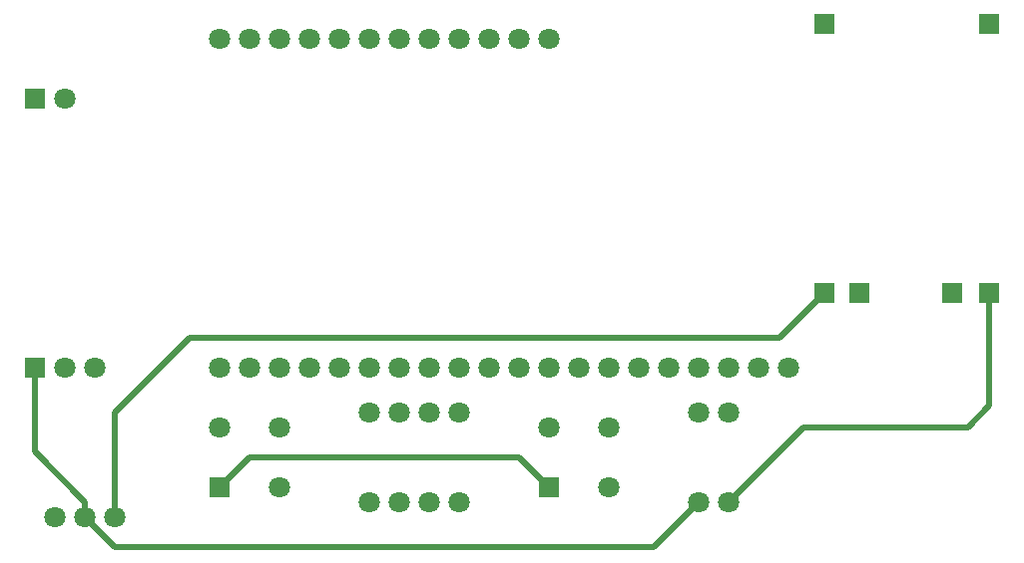
<source format=gbl>
%TF.GenerationSoftware,KiCad,Pcbnew,9.0.0*%
%TF.CreationDate,2025-03-19T00:35:47-07:00*%
%TF.ProjectId,tag,7461672e-6b69-4636-9164-5f7063625858,v0.3*%
%TF.SameCoordinates,Original*%
%TF.FileFunction,Copper,L2,Bot*%
%TF.FilePolarity,Positive*%
%FSLAX46Y46*%
G04 Gerber Fmt 4.6, Leading zero omitted, Abs format (unit mm)*
G04 Created by KiCad (PCBNEW 9.0.0) date 2025-03-19 00:35:47*
%MOMM*%
%LPD*%
G01*
G04 APERTURE LIST*
%TA.AperFunction,ComponentPad*%
%ADD10C,1.800000*%
%TD*%
%TA.AperFunction,ComponentPad*%
%ADD11R,1.800000X1.800000*%
%TD*%
%TA.AperFunction,Conductor*%
%ADD12C,0.500000*%
%TD*%
G04 APERTURE END LIST*
D10*
%TO.P,ESP32_UWB1,1,3V3*%
%TO.N,Net-(ESP32_UWB1-3V3)*%
X119380000Y-113030000D03*
%TO.P,ESP32_UWB1,2,GND*%
%TO.N,unconnected-(ESP32_UWB1-GND-Pad2)*%
X121920000Y-113030000D03*
%TO.P,ESP32_UWB1,3,RST*%
%TO.N,unconnected-(ESP32_UWB1-RST-Pad3)*%
X124460000Y-113030000D03*
%TO.P,ESP32_UWB1,4,GND*%
%TO.N,unconnected-(ESP32_UWB1-GND-Pad4)*%
X127000000Y-113030000D03*
%TO.P,ESP32_UWB1,5,IO2*%
%TO.N,unconnected-(ESP32_UWB1-IO2-Pad5)*%
X129540000Y-113030000D03*
%TO.P,ESP32_UWB1,6,IO12*%
%TO.N,Net-(ESP32_UWB1-IO12)*%
X132080000Y-113030000D03*
%TO.P,ESP32_UWB1,7,IO13*%
%TO.N,Net-(ESP32_UWB1-IO13)*%
X134620000Y-113030000D03*
%TO.P,ESP32_UWB1,8,IO14*%
%TO.N,Net-(ESP32_UWB1-IO14)*%
X137160000Y-113030000D03*
%TO.P,ESP32_UWB1,9,IO15*%
%TO.N,Net-(ESP32_UWB1-IO15)*%
X139700000Y-113030000D03*
%TO.P,ESP32_UWB1,10,IO18*%
%TO.N,unconnected-(ESP32_UWB1-IO18-Pad10)*%
X142240000Y-113030000D03*
%TO.P,ESP32_UWB1,11,IO19*%
%TO.N,unconnected-(ESP32_UWB1-IO19-Pad11)*%
X144780000Y-113030000D03*
%TO.P,ESP32_UWB1,12,IO25*%
%TO.N,unconnected-(ESP32_UWB1-IO25-Pad12)*%
X147320000Y-113030000D03*
%TO.P,ESP32_UWB1,13,IO26*%
%TO.N,unconnected-(ESP32_UWB1-IO26-Pad13)*%
X149860000Y-113030000D03*
%TO.P,ESP32_UWB1,14,IO27*%
%TO.N,unconnected-(ESP32_UWB1-IO27-Pad14)*%
X152400000Y-113030000D03*
%TO.P,ESP32_UWB1,15,IO32*%
%TO.N,unconnected-(ESP32_UWB1-IO32-Pad15)*%
X154940000Y-113030000D03*
%TO.P,ESP32_UWB1,16,IO33*%
%TO.N,unconnected-(ESP32_UWB1-IO33-Pad16)*%
X157480000Y-113030000D03*
%TO.P,ESP32_UWB1,17,IO34*%
%TO.N,unconnected-(ESP32_UWB1-IO34-Pad17)*%
X160020000Y-113030000D03*
%TO.P,ESP32_UWB1,18,IO35*%
%TO.N,unconnected-(ESP32_UWB1-IO35-Pad18)*%
X162560000Y-113030000D03*
%TO.P,ESP32_UWB1,19,IO36*%
%TO.N,unconnected-(ESP32_UWB1-IO36-Pad19)*%
X165100000Y-113030000D03*
%TO.P,ESP32_UWB1,20,IO39*%
%TO.N,Net-(ESP32_UWB1-IO39)*%
X167640000Y-113030000D03*
%TO.P,ESP32_UWB1,21,5V0*%
%TO.N,Net-(ESP32_UWB1-5V0)*%
X119380000Y-85090000D03*
%TO.P,ESP32_UWB1,22,GND*%
%TO.N,Net-(Battery_Charger1-OUT-)*%
X121920000Y-85090000D03*
%TO.P,ESP32_UWB1,23,IO3*%
%TO.N,unconnected-(ESP32_UWB1-IO3-Pad23)*%
X124460000Y-85090000D03*
%TO.P,ESP32_UWB1,24,IO1*%
%TO.N,unconnected-(ESP32_UWB1-IO1-Pad24)*%
X127000000Y-85090000D03*
%TO.P,ESP32_UWB1,25,IO0*%
%TO.N,unconnected-(ESP32_UWB1-IO0-Pad25)*%
X129540000Y-85090000D03*
%TO.P,ESP32_UWB1,26,IO4*%
%TO.N,unconnected-(ESP32_UWB1-IO4-Pad26)*%
X132080000Y-85090000D03*
%TO.P,ESP32_UWB1,27,IO5*%
%TO.N,unconnected-(ESP32_UWB1-IO5-Pad27)*%
X134620000Y-85090000D03*
%TO.P,ESP32_UWB1,28,IO16*%
%TO.N,unconnected-(ESP32_UWB1-IO16-Pad28)*%
X137160000Y-85090000D03*
%TO.P,ESP32_UWB1,29,IO17*%
%TO.N,unconnected-(ESP32_UWB1-IO17-Pad29)*%
X139700000Y-85090000D03*
%TO.P,ESP32_UWB1,30,IO21*%
%TO.N,unconnected-(ESP32_UWB1-IO21-Pad30)*%
X142240000Y-85090000D03*
%TO.P,ESP32_UWB1,31,IO22*%
%TO.N,unconnected-(ESP32_UWB1-IO22-Pad31)*%
X144780000Y-85090000D03*
%TO.P,ESP32_UWB1,32,IO23*%
%TO.N,unconnected-(ESP32_UWB1-IO23-Pad32)*%
X147320000Y-85090000D03*
%TD*%
D11*
%TO.P,5V_DC_DC_Converter1,1,+*%
%TO.N,Net-(5V_DC_DC_Converter1-+-Pad1)*%
X103710000Y-113030000D03*
D10*
%TO.P,5V_DC_DC_Converter1,2,CTL*%
%TO.N,unconnected-(5V_DC_DC_Converter1-CTL-Pad2)*%
X106250000Y-113030000D03*
%TO.P,5V_DC_DC_Converter1,3,-*%
%TO.N,Net-(Battery_Charger1-OUT-)*%
X108790000Y-113030000D03*
D11*
%TO.P,5V_DC_DC_Converter1,4,+*%
%TO.N,Net-(ESP32_UWB1-5V0)*%
X103710000Y-90170000D03*
D10*
%TO.P,5V_DC_DC_Converter1,5,-*%
%TO.N,Net-(Battery_Charger1-OUT-)*%
X106250000Y-90170000D03*
%TD*%
%TO.P,R1,1*%
%TO.N,Net-(RGB_LED_SQAURE1-R)*%
X132080000Y-124460000D03*
%TO.P,R1,2*%
%TO.N,Net-(ESP32_UWB1-IO12)*%
X132080000Y-116840000D03*
%TD*%
D11*
%TO.P,RGB_LED_SQAURE1,1,VCC*%
%TO.N,Net-(ESP32_UWB1-3V3)*%
X119380000Y-123190000D03*
D10*
%TO.P,RGB_LED_SQAURE1,2,R*%
%TO.N,Net-(RGB_LED_SQAURE1-R)*%
X119380000Y-118110000D03*
%TO.P,RGB_LED_SQAURE1,3,G*%
%TO.N,Net-(RGB_LED_SQAURE1-G)*%
X124460000Y-118110000D03*
%TO.P,RGB_LED_SQAURE1,4,B*%
%TO.N,unconnected-(RGB_LED_SQAURE1-B-Pad4)*%
X124460000Y-123190000D03*
%TD*%
D11*
%TO.P,RGB_LED_SQAURE2,1,VCC*%
%TO.N,Net-(ESP32_UWB1-3V3)*%
X147320000Y-123190000D03*
D10*
%TO.P,RGB_LED_SQAURE2,2,R*%
%TO.N,Net-(RGB_LED_SQAURE2-R)*%
X147320000Y-118110000D03*
%TO.P,RGB_LED_SQAURE2,3,G*%
%TO.N,Net-(RGB_LED_SQAURE2-G)*%
X152400000Y-118110000D03*
%TO.P,RGB_LED_SQAURE2,4,B*%
%TO.N,unconnected-(RGB_LED_SQAURE2-B-Pad4)*%
X152400000Y-123190000D03*
%TD*%
%TO.P,R2,1*%
%TO.N,Net-(RGB_LED_SQAURE1-G)*%
X134620000Y-124460000D03*
%TO.P,R2,2*%
%TO.N,Net-(ESP32_UWB1-IO13)*%
X134620000Y-116840000D03*
%TD*%
%TO.P,R4,1*%
%TO.N,Net-(RGB_LED_SQAURE2-G)*%
X139700000Y-124460000D03*
%TO.P,R4,2*%
%TO.N,Net-(ESP32_UWB1-IO15)*%
X139700000Y-116840000D03*
%TD*%
%TO.P,R3,1*%
%TO.N,Net-(RGB_LED_SQAURE2-R)*%
X137160000Y-124460000D03*
%TO.P,R3,2*%
%TO.N,Net-(ESP32_UWB1-IO14)*%
X137160000Y-116840000D03*
%TD*%
%TO.P,R6,1*%
%TO.N,Net-(Battery_Charger1-OUT-)*%
X162560000Y-124460000D03*
%TO.P,R6,2*%
%TO.N,Net-(ESP32_UWB1-IO39)*%
X162560000Y-116840000D03*
%TD*%
%TO.P,ON_OFF_SWITCH1,1*%
%TO.N,unconnected-(ON_OFF_SWITCH1-Pad1)*%
X105410000Y-125730000D03*
%TO.P,ON_OFF_SWITCH1,2*%
%TO.N,Net-(5V_DC_DC_Converter1-+-Pad1)*%
X107950000Y-125730000D03*
%TO.P,ON_OFF_SWITCH1,3*%
%TO.N,Net-(Battery_Charger1-OUT+)*%
X110490000Y-125730000D03*
%TD*%
%TO.P,R5,1*%
%TO.N,Net-(5V_DC_DC_Converter1-+-Pad1)*%
X160020000Y-124460000D03*
%TO.P,R5,2*%
%TO.N,Net-(ESP32_UWB1-IO39)*%
X160020000Y-116840000D03*
%TD*%
D11*
%TO.P,Battery_Charger1,1,+*%
%TO.N,unconnected-(Battery_Charger1-+-Pad1)*%
X170715000Y-83820000D03*
%TO.P,Battery_Charger1,2,-*%
%TO.N,unconnected-(Battery_Charger1---Pad2)*%
X184685000Y-83820000D03*
%TO.P,Battery_Charger1,3,OUT+*%
%TO.N,Net-(Battery_Charger1-OUT+)*%
X170715000Y-106680000D03*
%TO.P,Battery_Charger1,4,B+*%
%TO.N,unconnected-(Battery_Charger1-B+-Pad4)*%
X173615000Y-106680000D03*
%TO.P,Battery_Charger1,5,B-*%
%TO.N,unconnected-(Battery_Charger1-B--Pad5)*%
X181485000Y-106680000D03*
%TO.P,Battery_Charger1,6,OUT-*%
%TO.N,Net-(Battery_Charger1-OUT-)*%
X184685000Y-106680000D03*
%TD*%
D12*
%TO.N,Net-(5V_DC_DC_Converter1-+-Pad1)*%
X110490000Y-128270000D02*
X107950000Y-125730000D01*
X156210000Y-128270000D02*
X110490000Y-128270000D01*
X103710000Y-120220000D02*
X103710000Y-113030000D01*
X160020000Y-124460000D02*
X156210000Y-128270000D01*
X107950000Y-124460000D02*
X103710000Y-120220000D01*
X107950000Y-125730000D02*
X107950000Y-124460000D01*
%TO.N,Net-(ESP32_UWB1-3V3)*%
X121920000Y-120650000D02*
X119380000Y-123190000D01*
X144780000Y-120650000D02*
X121920000Y-120650000D01*
X147320000Y-123190000D02*
X144780000Y-120650000D01*
%TO.N,Net-(Battery_Charger1-OUT+)*%
X170715000Y-106680000D02*
X166905000Y-110490000D01*
X166905000Y-110490000D02*
X116840000Y-110490000D01*
X110490000Y-116840000D02*
X110490000Y-125730000D01*
X116840000Y-110490000D02*
X110490000Y-116840000D01*
%TO.N,Net-(Battery_Charger1-OUT-)*%
X168910000Y-118110000D02*
X162560000Y-124460000D01*
X182880000Y-118110000D02*
X168910000Y-118110000D01*
X184685000Y-106680000D02*
X184685000Y-116305000D01*
X184685000Y-116305000D02*
X182880000Y-118110000D01*
%TD*%
M02*

</source>
